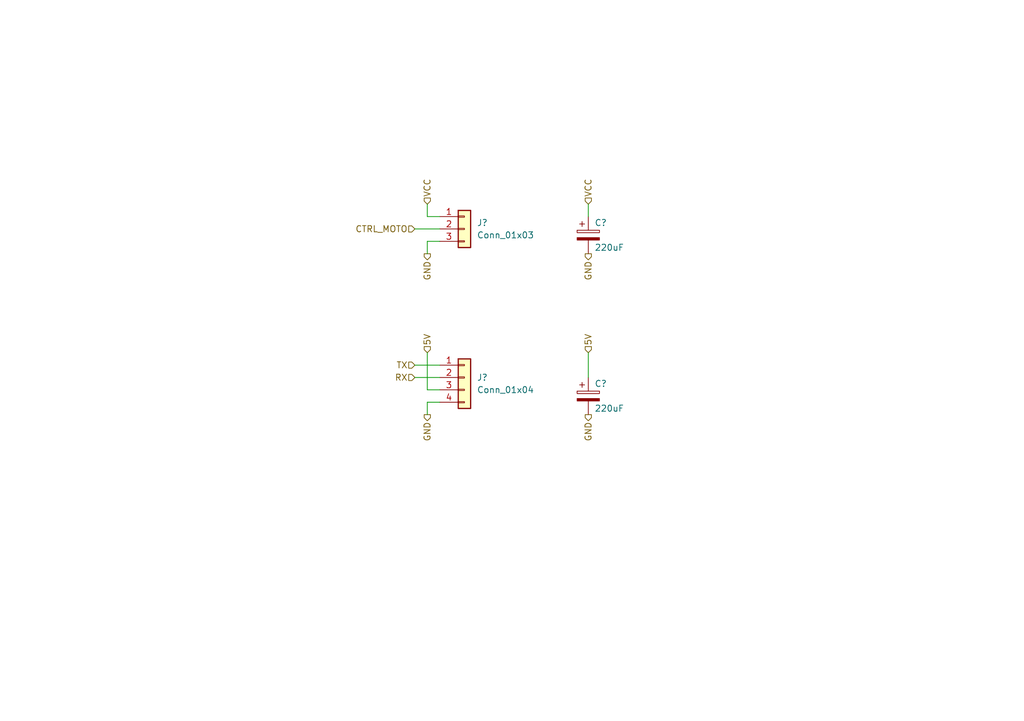
<source format=kicad_sch>
(kicad_sch (version 20211123) (generator eeschema)
  (paper "A5")
  (lib_symbols
    (symbol "Connector_Generic:Conn_01x03" (pin_names (offset 1.016) hide)
      (property "Reference" "J" (at 0 5.08 0))
      (property "Value" "Conn_01x03" (at 0 -5.08 0))
      (symbol "Conn_01x03_1_1"
        (rectangle (start -1.27 -2.413) (end 0 -2.667) (stroke (width 0.1524)))
        (rectangle (start -1.27 0.127) (end 0 -0.127) (stroke (width 0.1524)))
        (rectangle (start -1.27 2.667) (end 0 2.413) (stroke (width 0.1524)))
        (rectangle (start -1.27 3.81) (end 1.27 -3.81) (stroke (width 0.254)) (fill (type background)))
        (pin passive line (at -5.08 2.54 0) (length 3.81) (name "Pin_1") (number "1"))
        (pin passive line (at -5.08 0 0) (length 3.81) (name "Pin_2") (number "2"))
        (pin passive line (at -5.08 -2.54 0) (length 3.81) (name "Pin_3") (number "3"))
      )
    )
    (symbol "Connector_Generic:Conn_01x04" (pin_names (offset 1.016) hide)
      (property "Reference" "J" (at 0 5.08 0))
      (property "Value" "Conn_01x04" (at 0 -7.62 0))
      (symbol "Conn_01x04_1_1"
        (rectangle (start -1.27 -4.953) (end 0 -5.207) (stroke (width 0.1524)))
        (rectangle (start -1.27 -2.413) (end 0 -2.667) (stroke (width 0.1524)))
        (rectangle (start -1.27 0.127) (end 0 -0.127) (stroke (width 0.1524)))
        (rectangle (start -1.27 2.667) (end 0 2.413) (stroke (width 0.1524)))
        (rectangle (start -1.27 3.81) (end 1.27 -6.35) (stroke (width 0.254)) (fill (type background)))
        (pin passive line (at -5.08 2.54 0) (length 3.81) (name "Pin_1") (number "1"))
        (pin passive line (at -5.08 0 0) (length 3.81) (name "Pin_2") (number "2"))
        (pin passive line (at -5.08 -2.54 0) (length 3.81) (name "Pin_3") (number "3"))
        (pin passive line (at -5.08 -5.08 0) (length 3.81) (name "Pin_4") (number "4"))
      )
    )
    (symbol "Device:C_Polarized" (pin_numbers hide) (pin_names (offset 0.254))
      (property "Reference" "C" (at 0.635 2.54 0))
      (property "Value" "C_Polarized" (at 0.635 -2.54 0))
      (symbol "C_Polarized_0_1"
        (rectangle (start -2.286 0.508) (end 2.286 1.016))
        (polyline (pts (xy -1.778 2.286) (xy -0.762 2.286)))
        (polyline (pts (xy -1.27 2.794) (xy -1.27 1.778)))
        (rectangle (start 2.286 -0.508) (end -2.286 -1.016) (fill (type outline)))
      )
      (symbol "C_Polarized_1_1"
        (pin passive line (at 0 3.81 270) (length 2.794) (name "~") (number "1"))
        (pin passive line (at 0 -3.81 90) (length 2.794) (name "~") (number "2"))
      )
    )
  )
  (wire (pts (xy 90.17 44.45) (xy 87.63 44.45)))
  (wire (pts (xy 87.63 44.45) (xy 87.63 41.91)))
  (wire (pts (xy 120.65 72.39) (xy 120.65 77.47)))
  (wire (pts (xy 87.63 49.53) (xy 90.17 49.53)))
  (wire (pts (xy 85.09 77.47) (xy 90.17 77.47)))
  (wire (pts (xy 87.63 82.55) (xy 90.17 82.55)))
  (wire (pts (xy 85.09 74.93) (xy 90.17 74.93)))
  (wire (pts (xy 120.65 41.91) (xy 120.65 44.45)))
  (wire (pts (xy 85.09 46.99) (xy 90.17 46.99)))
  (wire (pts (xy 87.63 72.39) (xy 87.63 80.01)))
  (wire (pts (xy 87.63 85.09) (xy 87.63 82.55)))
  (wire (pts (xy 87.63 52.07) (xy 87.63 49.53)))
  (wire (pts (xy 87.63 80.01) (xy 90.17 80.01)))
  (hierarchical_label "5V" (shape input) (at 120.65 72.39 90))
  (hierarchical_label "TX" (shape input) (at 85.09 74.93 180))
  (hierarchical_label "GND" (shape output) (at 120.65 85.09 270))
  (hierarchical_label "VCC" (shape input) (at 120.65 41.91 90))
  (hierarchical_label "5V" (shape input) (at 87.63 72.39 90))
  (hierarchical_label "CTRL_MOTO" (shape input) (at 85.09 46.99 180))
  (hierarchical_label "GND" (shape output) (at 87.63 52.07 270))
  (hierarchical_label "GND" (shape output) (at 87.63 85.09 270))
  (hierarchical_label "GND" (shape output) (at 120.65 52.07 270))
  (hierarchical_label "RX" (shape input) (at 85.09 77.47 180))
  (hierarchical_label "VCC" (shape input) (at 87.63 41.91 90))
  (symbol (lib_id "Connector_Generic:Conn_01x03") (at 95.25 46.99 0) (unit 1)
    (property "Reference" "J?" (at 97.79 45.7199 0) (effects (justify left)))
    (property "Value" "Conn_01x03" (at 97.79 48.2599 0) (effects (justify left)))
  )
  (symbol (lib_id "Device:C_Polarized") (at 120.65 48.26 0) (unit 1)
    (property "Reference" "C?" (at 121.92 45.72 0) (effects (justify left)))
    (property "Value" "220uF" (at 121.92 50.8 0) (effects (justify left)))
    (property "Footprint" "Capacitor_SMD:CP_Elec_8x11.9" (effects hide))
    (property "Datasheet" "https://datasheet.lcsc.com/lcsc/2112131830_AISHI-Aihua-Group-SVZ1VM221FBRE00RAXXX_C2923769.pdf" (effects hide))
    (property "LCSC" "C2923769" (effects hide))
    (property "Basic/Extended" "E" (effects hide))
  )
  (symbol (lib_id "Connector_Generic:Conn_01x04") (at 95.25 77.47 0) (unit 1)
    (property "Reference" "J?" (at 97.79 77.4699 0) (effects (justify left)))
    (property "Value" "Conn_01x04" (at 97.79 80.0099 0) (effects (justify left)))
  )
  (symbol (lib_id "Device:C_Polarized") (at 120.65 81.28 0) (unit 1)
    (property "Reference" "C?" (at 121.92 78.74 0) (effects (justify left)))
    (property "Value" "220uF" (at 121.92 83.82 0) (effects (justify left)))
    (property "Footprint" "Capacitor_SMD:CP_Elec_8x11.9" (effects hide))
    (property "Datasheet" "https://datasheet.lcsc.com/lcsc/2112131830_AISHI-Aihua-Group-SVZ1VM221FBRE00RAXXX_C2923769.pdf" (effects hide))
    (property "LCSC" "C2923769" (effects hide))
    (property "Basic/Extended" "E" (effects hide))
  )
)
</source>
